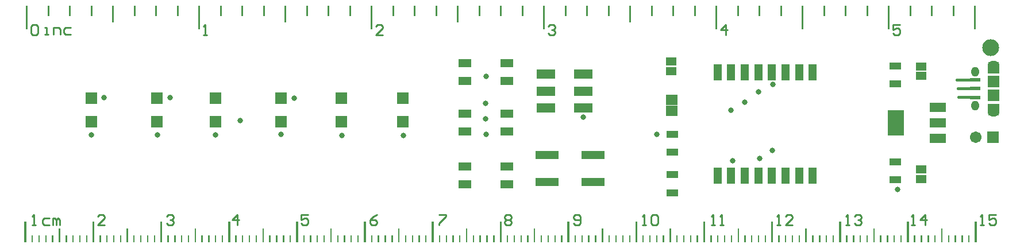
<source format=gts>
%FSTAX23Y23*%
%MOIN*%
%SFA1B1*%

%IPPOS*%
%ADD10C,0.010000*%
%ADD31C,0.015000*%
%ADD32R,0.069020X0.067060*%
%ADD33R,0.061150X0.023750*%
%ADD34R,0.096000X0.056000*%
%ADD35R,0.094610X0.149730*%
%ADD36R,0.069020X0.043430*%
%ADD37R,0.061150X0.051310*%
%ADD38R,0.133980X0.047370*%
%ADD39R,0.065090X0.059180*%
%ADD40R,0.047370X0.096580*%
%ADD41R,0.067060X0.067060*%
%ADD42R,0.074930X0.051310*%
%ADD43R,0.106420X0.055240*%
%ADD44R,0.069020X0.055240*%
%ADD45O,0.069020X0.043430*%
%ADD46O,0.045400X0.057210*%
%ADD47R,0.067060X0.067060*%
%ADD48C,0.067060*%
%ADD49C,0.033000*%
%ADD50C,0.098000*%
%LNpcb3-g-1*%
%LPD*%
G36*
X02775Y03855D02*
X02764D01*
Y03915*
X02775*
Y03855*
G37*
G36*
X0265D02*
X02639D01*
Y03915*
X0265*
Y03855*
G37*
G36*
X02525D02*
X02514D01*
Y03915*
X02525*
Y03855*
G37*
G36*
X02275D02*
X02264D01*
Y03915*
X02275*
Y03855*
G37*
G36*
X0215D02*
X02139D01*
Y03915*
X0215*
Y03855*
G37*
G36*
X02025D02*
X02014D01*
Y03915*
X02025*
Y03855*
G37*
G36*
X01775D02*
X01764D01*
Y03915*
X01775*
Y03855*
G37*
G36*
X0165D02*
X01639D01*
Y03915*
X0165*
Y03855*
G37*
G36*
X01525D02*
X01514D01*
Y03915*
X01525*
Y03855*
G37*
G36*
X019Y03816D02*
X01889D01*
Y03915*
X019*
Y03816*
G37*
G36*
X024Y03777D02*
X02389D01*
Y03915*
X024*
Y03777*
G37*
G36*
X014D02*
X01389D01*
Y03915*
X014*
Y03777*
G37*
G36*
X02768Y02542D02*
X02761D01*
Y02621*
X02768*
Y02542*
G37*
G36*
X02729D02*
X02721D01*
Y02582*
X02729*
Y02542*
G37*
G36*
X0269D02*
X02682D01*
Y02582*
X0269*
Y02542*
G37*
G36*
X0265D02*
X02643D01*
Y02582*
X0265*
Y02542*
G37*
G36*
X02611D02*
X02603D01*
Y02582*
X02611*
Y02542*
G37*
G36*
X02574D02*
X02562D01*
Y02661*
X02574*
Y02542*
G37*
G36*
X02532D02*
X02524D01*
Y02582*
X02532*
Y02542*
G37*
G36*
X02493D02*
X02485D01*
Y02582*
X02493*
Y02542*
G37*
G36*
X02454D02*
X02446D01*
Y02582*
X02454*
Y02542*
G37*
G36*
X02414D02*
X02406D01*
Y02582*
X02414*
Y02542*
G37*
G36*
X02375D02*
X02367D01*
Y02621*
X02375*
Y02542*
G37*
G36*
X02335D02*
X02328D01*
Y02582*
X02335*
Y02542*
G37*
G36*
X02296D02*
X02288D01*
Y02582*
X02296*
Y02542*
G37*
G36*
X02257D02*
X02249D01*
Y02582*
X02257*
Y02542*
G37*
G36*
X02217D02*
X02209D01*
Y02582*
X02217*
Y02542*
G37*
G36*
X0218D02*
X02168D01*
Y02661*
X0218*
Y02542*
G37*
G36*
X02139D02*
X02131D01*
Y02582*
X02139*
Y02542*
G37*
G36*
X02099D02*
X02091D01*
Y02582*
X02099*
Y02542*
G37*
G36*
X0206D02*
X02052D01*
Y02582*
X0206*
Y02542*
G37*
G36*
X0202D02*
X02013D01*
Y02582*
X0202*
Y02542*
G37*
G36*
X01981D02*
X01973D01*
Y02621*
X01981*
Y02542*
G37*
G36*
X01942D02*
X01934D01*
Y02582*
X01942*
Y02542*
G37*
G36*
X01902D02*
X01894D01*
Y02582*
X01902*
Y02542*
G37*
G36*
X01863D02*
X01855D01*
Y02582*
X01863*
Y02542*
G37*
G36*
X01824D02*
X01816D01*
Y02582*
X01824*
Y02542*
G37*
G36*
X01786D02*
X01786D01*
Y02542*
X01774*
Y0266*
X01774*
Y02661*
X01786*
Y02542*
G37*
G36*
X01745Y02542D02*
X01737D01*
Y02582*
X01745*
Y02542*
G37*
G36*
X01705D02*
X01697D01*
Y02582*
X01705*
Y02542*
G37*
G36*
X01666D02*
X01658D01*
Y02582*
X01666*
Y02542*
G37*
G36*
X01627D02*
X01619D01*
Y02582*
X01627*
Y02542*
G37*
G36*
X01587D02*
X01579D01*
Y02621*
X01587*
Y02542*
G37*
G36*
X01548D02*
X0154D01*
Y02582*
X01548*
Y02542*
G37*
G36*
X01508D02*
X01501D01*
Y02582*
X01508*
Y02542*
G37*
G36*
X01469D02*
X01461D01*
Y02582*
X01469*
Y02542*
G37*
G36*
X0143D02*
X01422D01*
Y02582*
X0143*
Y02542*
G37*
G36*
X01392D02*
X0138D01*
Y0266*
X01392*
Y02542*
G37*
G36*
X03275Y03855D02*
X03264D01*
Y03915*
X03275*
Y03855*
G37*
G36*
X0315D02*
X03139D01*
Y03915*
X0315*
Y03855*
G37*
G36*
X03025D02*
X03014D01*
Y03915*
X03025*
Y03855*
G37*
G36*
X029Y03816D02*
X02889D01*
Y03915*
X029*
Y03816*
G37*
G36*
X034Y03777D02*
X03389D01*
Y03915*
X034*
Y03777*
G37*
G36*
X03477Y02542D02*
X03469D01*
Y02582*
X03477*
Y02542*
G37*
G36*
X03438D02*
X0343D01*
Y02582*
X03438*
Y02542*
G37*
G36*
X03398D02*
X03391D01*
Y02582*
X03398*
Y02542*
G37*
G36*
X03361D02*
X03349D01*
Y02661*
X03361*
Y02542*
G37*
G36*
X0332D02*
X03312D01*
Y02582*
X0332*
Y02542*
G37*
G36*
X0328D02*
X03272D01*
Y02582*
X0328*
Y02542*
G37*
G36*
X03241D02*
X03233D01*
Y02582*
X03241*
Y02542*
G37*
G36*
X03202D02*
X03194D01*
Y02582*
X03202*
Y02542*
G37*
G36*
X03162D02*
X03154D01*
Y02621*
X03162*
Y02542*
G37*
G36*
X03123D02*
X03115D01*
Y02582*
X03123*
Y02542*
G37*
G36*
X03083D02*
X03076D01*
Y02582*
X03083*
Y02542*
G37*
G36*
X03044D02*
X03036D01*
Y02582*
X03044*
Y02542*
G37*
G36*
X03005D02*
X02997D01*
Y02582*
X03005*
Y02542*
G37*
G36*
X02967D02*
X02955D01*
Y02661*
X02967*
Y02542*
G37*
G36*
X02926D02*
X02918D01*
Y02582*
X02926*
Y02542*
G37*
G36*
X02887D02*
X02879D01*
Y02582*
X02887*
Y02542*
G37*
G36*
X02847D02*
X02839D01*
Y02582*
X02847*
Y02542*
G37*
G36*
X02808D02*
X028D01*
Y02582*
X02808*
Y02542*
G37*
G36*
X0415Y03855D02*
X04139D01*
Y03915*
X0415*
Y03855*
G37*
G36*
X04025D02*
X04014D01*
Y03915*
X04025*
Y03855*
G37*
G36*
X03775D02*
X03764D01*
Y03915*
X03775*
Y03855*
G37*
G36*
X0365D02*
X03639D01*
Y03915*
X0365*
Y03855*
G37*
G36*
X03525D02*
X03514D01*
Y03915*
X03525*
Y03855*
G37*
G36*
X039Y03816D02*
X03889D01*
Y03915*
X039*
Y03816*
G37*
G36*
X04186Y02542D02*
X04178D01*
Y02582*
X04186*
Y02542*
G37*
G36*
X04148D02*
X04137D01*
Y02661*
X04148*
Y02542*
G37*
G36*
X04107D02*
X04099D01*
Y02582*
X04107*
Y02542*
G37*
G36*
X04068D02*
X0406D01*
Y02582*
X04068*
Y02542*
G37*
G36*
X04028D02*
X0402D01*
Y02582*
X04028*
Y02542*
G37*
G36*
X03989D02*
X03981D01*
Y02582*
X03989*
Y02542*
G37*
G36*
X0395D02*
X03942D01*
Y02621*
X0395*
Y02542*
G37*
G36*
X0391D02*
X03902D01*
Y02582*
X0391*
Y02542*
G37*
G36*
X03871D02*
X03863D01*
Y02582*
X03871*
Y02542*
G37*
G36*
X03831D02*
X03824D01*
Y02582*
X03831*
Y02542*
G37*
G36*
X03792D02*
X03784D01*
Y02582*
X03792*
Y02542*
G37*
G36*
X03755D02*
X03743D01*
Y02661*
X03755*
Y02542*
G37*
G36*
X03713D02*
X03705D01*
Y02582*
X03713*
Y02542*
G37*
G36*
X03674D02*
X03666D01*
Y02582*
X03674*
Y02542*
G37*
G36*
X03635D02*
X03627D01*
Y02582*
X03635*
Y02542*
G37*
G36*
X03595D02*
X03587D01*
Y02582*
X03595*
Y02542*
G37*
G36*
X03556D02*
X03548D01*
Y02621*
X03556*
Y02542*
G37*
G36*
X03517D02*
X03509D01*
Y02582*
X03517*
Y02542*
G37*
G36*
X04775Y03855D02*
X04764D01*
Y03915*
X04775*
Y03855*
G37*
G36*
X0465D02*
X04639D01*
Y03915*
X0465*
Y03855*
G37*
G36*
X04525D02*
X04514D01*
Y03915*
X04525*
Y03855*
G37*
G36*
X04275D02*
X04264D01*
Y03915*
X04275*
Y03855*
G37*
G36*
X049Y03816D02*
X04889D01*
Y03915*
X049*
Y03816*
G37*
G36*
X044Y03777D02*
X04389D01*
Y03915*
X044*
Y03777*
G37*
G36*
X04894Y02542D02*
X04887D01*
Y02582*
X04894*
Y02542*
G37*
G36*
X04855D02*
X04847D01*
Y02582*
X04855*
Y02542*
G37*
G36*
X04816D02*
X04808D01*
Y02582*
X04816*
Y02542*
G37*
G36*
X04776D02*
X04768D01*
Y02582*
X04776*
Y02542*
G37*
G36*
X04737D02*
X04729D01*
Y02621*
X04737*
Y02542*
G37*
G36*
X04698D02*
X0469D01*
Y02582*
X04698*
Y02542*
G37*
G36*
X04658D02*
X0465D01*
Y02582*
X04658*
Y02542*
G37*
G36*
X04619D02*
X04611D01*
Y02582*
X04619*
Y02542*
G37*
G36*
X0458D02*
X04572D01*
Y02582*
X0458*
Y02542*
G37*
G36*
X04542D02*
X0453D01*
Y02661*
X04542*
Y02542*
G37*
G36*
X04501D02*
X04493D01*
Y02582*
X04501*
Y02542*
G37*
G36*
X04461D02*
X04454D01*
Y02582*
X04461*
Y02542*
G37*
G36*
X04422D02*
X04414D01*
Y02582*
X04422*
Y02542*
G37*
G36*
X04383D02*
X04375D01*
Y02582*
X04383*
Y02542*
G37*
G36*
X04343D02*
X04335D01*
Y02621*
X04343*
Y02542*
G37*
G36*
X04304D02*
X04296D01*
Y02582*
X04304*
Y02542*
G37*
G36*
X04265D02*
X04257D01*
Y02582*
X04265*
Y02542*
G37*
G36*
X04225D02*
X04217D01*
Y02582*
X04225*
Y02542*
G37*
G36*
X05525Y03855D02*
X05514D01*
Y03915*
X05525*
Y03855*
G37*
G36*
X05275D02*
X05264D01*
Y03915*
X05275*
Y03855*
G37*
G36*
X0515D02*
X05139D01*
Y03915*
X0515*
Y03855*
G37*
G36*
X05025D02*
X05014D01*
Y03915*
X05025*
Y03855*
G37*
G36*
X054Y03777D02*
X05389D01*
Y03915*
X054*
Y03777*
G37*
G36*
X05603Y02542D02*
X05595D01*
Y02582*
X05603*
Y02542*
G37*
G36*
X05564D02*
X05556D01*
Y02582*
X05564*
Y02542*
G37*
G36*
X05524D02*
X05517D01*
Y02621*
X05524*
Y02542*
G37*
G36*
X05485D02*
X05477D01*
Y02582*
X05485*
Y02542*
G37*
G36*
X05446D02*
X05438D01*
Y02582*
X05446*
Y02542*
G37*
G36*
X05406D02*
X05398D01*
Y02582*
X05406*
Y02542*
G37*
G36*
X05367D02*
X05359D01*
Y02582*
X05367*
Y02542*
G37*
G36*
X0533D02*
X05318D01*
Y02661*
X0533*
Y02542*
G37*
G36*
X05288D02*
X0528D01*
Y02582*
X05288*
Y02542*
G37*
G36*
X05249D02*
X05241D01*
Y02582*
X05249*
Y02542*
G37*
G36*
X05209D02*
X05202D01*
Y02582*
X05209*
Y02542*
G37*
G36*
X0517D02*
X05162D01*
Y02582*
X0517*
Y02542*
G37*
G36*
X05131D02*
X05123D01*
Y02621*
X05131*
Y02542*
G37*
G36*
X05091D02*
X05083D01*
Y02582*
X05091*
Y02542*
G37*
G36*
X05052D02*
X05044D01*
Y02582*
X05052*
Y02542*
G37*
G36*
X05013D02*
X05005D01*
Y02582*
X05013*
Y02542*
G37*
G36*
X04973D02*
X04965D01*
Y02582*
X04973*
Y02542*
G37*
G36*
X04936D02*
X04924D01*
Y02661*
X04936*
Y02542*
G37*
G36*
X06775Y03855D02*
X06764D01*
Y03915*
X06775*
Y03855*
G37*
G36*
X0665D02*
X06639D01*
Y03915*
X0665*
Y03855*
G37*
G36*
X06525D02*
X06514D01*
Y03915*
X06525*
Y03855*
G37*
G36*
X06275D02*
X06264D01*
Y03915*
X06275*
Y03855*
G37*
G36*
X0615D02*
X06139D01*
Y03915*
X0615*
Y03855*
G37*
G36*
X06025D02*
X06014D01*
Y03915*
X06025*
Y03855*
G37*
G36*
X05775D02*
X05764D01*
Y03915*
X05775*
Y03855*
G37*
G36*
X0565D02*
X05639D01*
Y03915*
X0565*
Y03855*
G37*
G36*
X069Y03777D02*
X06889D01*
Y03915*
X069*
Y03777*
G37*
G36*
X064Y03816D02*
Y03777D01*
X06389*
Y03816*
Y03915*
X064*
Y03816*
G37*
G36*
X059D02*
Y03777D01*
X05889*
Y03816*
Y03915*
X059*
Y03816*
G37*
G36*
X06904Y02542D02*
X06893D01*
Y02661*
X06904*
Y02542*
G37*
G36*
X06863D02*
X06855D01*
Y02582*
X06863*
Y02542*
G37*
G36*
X06824D02*
X06816D01*
Y02582*
X06824*
Y02542*
G37*
G36*
X06784D02*
X06776D01*
Y02582*
X06784*
Y02542*
G37*
G36*
X06745D02*
X06737D01*
Y02582*
X06745*
Y02542*
G37*
G36*
X06705D02*
X06698D01*
Y02621*
X06705*
Y02542*
G37*
G36*
X06666D02*
X06658D01*
Y02582*
X06666*
Y02542*
G37*
G36*
X06627D02*
X06619D01*
Y02582*
X06627*
Y02542*
G37*
G36*
X06587D02*
X0658D01*
Y02582*
X06587*
Y02542*
G37*
G36*
X06548D02*
X0654D01*
Y02582*
X06548*
Y02542*
G37*
G36*
X06511D02*
X06499D01*
Y02661*
X06511*
Y02542*
G37*
G36*
X06469D02*
X06461D01*
Y02582*
X06469*
Y02542*
G37*
G36*
X0643D02*
X06422D01*
Y02582*
X0643*
Y02542*
G37*
G36*
X06391D02*
X06383D01*
Y02582*
X06391*
Y02542*
G37*
G36*
X06351D02*
X06343D01*
Y02582*
X06351*
Y02542*
G37*
G36*
X06312D02*
X06304D01*
Y02621*
X06312*
Y02542*
G37*
G36*
X06272D02*
X06265D01*
Y02582*
X06272*
Y02542*
G37*
G36*
X06233D02*
X06225D01*
Y02582*
X06233*
Y02542*
G37*
G36*
X06194D02*
X06186D01*
Y02582*
X06194*
Y02542*
G37*
G36*
X06154D02*
X06146D01*
Y02582*
X06154*
Y02542*
G37*
G36*
X06117D02*
X06105D01*
Y02661*
X06117*
Y02542*
G37*
G36*
X06076D02*
X06068D01*
Y02582*
X06076*
Y02542*
G37*
G36*
X06036D02*
X06028D01*
Y02582*
X06036*
Y02542*
G37*
G36*
X05997D02*
X05989D01*
Y02582*
X05997*
Y02542*
G37*
G36*
X05957D02*
X0595D01*
Y02582*
X05957*
Y02542*
G37*
G36*
X05918D02*
X0591D01*
Y02621*
X05918*
Y02542*
G37*
G36*
X05879D02*
X05871D01*
Y02582*
X05879*
Y02542*
G37*
G36*
X05839D02*
X05831D01*
Y02582*
X05839*
Y02542*
G37*
G36*
X058D02*
X05792D01*
Y02582*
X058*
Y02542*
G37*
G36*
X05761D02*
X05753D01*
Y02582*
X05761*
Y02542*
G37*
G36*
X05723D02*
X05711D01*
Y02661*
X05723*
Y02542*
G37*
G36*
X05682D02*
X05674D01*
Y02582*
X05682*
Y02542*
G37*
G36*
X05643D02*
X05635D01*
Y02582*
X05643*
Y02542*
G37*
G54D10*
X04166Y02692D02*
X04176Y02702D01*
X04196*
X04206Y02692*
Y02682*
X04196Y02672*
X04206Y02662*
Y02652*
X04196Y02642*
X04176*
X04166Y02652*
Y02662*
X04176Y02672*
X04166Y02682*
Y02692*
X04176Y02672D02*
X04196D01*
X04566Y02652D02*
X04576Y02642D01*
X04596*
X04606Y02652*
Y02692*
X04596Y02702*
X04576*
X04566Y02692*
Y02682*
X04576Y02672*
X04606*
X01426Y02642D02*
X01446D01*
X01436*
Y02702*
X01426Y02692*
X01846Y02642D02*
X01806D01*
X01846Y02682*
Y02692*
X01836Y02702*
X01816*
X01806Y02692*
X02206D02*
X02216Y02702D01*
X02236*
X02246Y02692*
Y02682*
X02236Y02672*
X02226*
X02236*
X02246Y02662*
Y02652*
X02236Y02642*
X02216*
X02206Y02652*
X02616Y02642D02*
Y02702D01*
X02586Y02672*
X02626*
X03026Y02702D02*
X02986D01*
Y02672*
X03006Y02682*
X03016*
X03026Y02672*
Y02652*
X03016Y02642*
X02996*
X02986Y02652*
X03426Y02702D02*
X03406Y02692D01*
X03386Y02672*
Y02652*
X03396Y02642*
X03416*
X03426Y02652*
Y02662*
X03416Y02672*
X03386*
X04966Y02642D02*
X04986D01*
X04976*
Y02702*
X04966Y02692*
X05016D02*
X05026Y02702D01*
X05046*
X05056Y02692*
Y02652*
X05046Y02642*
X05026*
X05016Y02652*
Y02692*
X05746Y02642D02*
X05766D01*
X05756*
Y02702*
X05746Y02692*
X05836Y02642D02*
X05796D01*
X05836Y02682*
Y02692*
X05826Y02702*
X05806*
X05796Y02692*
X06146Y02642D02*
X06166D01*
X06156*
Y02702*
X06146Y02692*
X06196D02*
X06206Y02702D01*
X06226*
X06236Y02692*
Y02682*
X06226Y02672*
X06216*
X06226*
X06236Y02662*
Y02652*
X06226Y02642*
X06206*
X06196Y02652*
X06526Y02642D02*
X06546D01*
X06536*
Y02702*
X06526Y02692*
X06606Y02642D02*
Y02702D01*
X06576Y02672*
X06616*
X01526Y02682D02*
X01496D01*
X01486Y02672*
Y02652*
X01496Y02642*
X01526*
X01546D02*
Y02682D01*
X01556*
X01566Y02672*
Y02642*
Y02672*
X01576Y02682*
X01586Y02672*
Y02642*
X03786Y02702D02*
X03826D01*
Y02692*
X03786Y02652*
Y02642*
X05366D02*
X05386D01*
X05376*
Y02702*
X05366Y02692*
X05416Y02642D02*
X05436D01*
X05426*
Y02702*
X05416Y02692*
X06926Y02642D02*
X06946D01*
X06936*
Y02702*
X06926Y02692*
X07016Y02702D02*
X06976D01*
Y02672*
X06996Y02682*
X07006*
X07016Y02672*
Y02652*
X07006Y02642*
X06986*
X06976Y02652*
X0142Y03794D02*
X0143Y03804D01*
X01449*
X01459Y03794*
Y03755*
X01449Y03745*
X0143*
X0142Y03755*
Y03794*
X03459Y03745D02*
X0342D01*
X03459Y03784*
Y03794*
X03449Y03804*
X0343*
X0342Y03794*
X05449Y03745D02*
Y03804D01*
X0542Y03774*
X05459*
X0242Y03745D02*
X02439D01*
X0243*
Y03804*
X0242Y03794*
X0442D02*
X0443Y03804D01*
X04449*
X04459Y03794*
Y03784*
X04449Y03774*
X04439*
X04449*
X04459Y03764*
Y03755*
X04449Y03745*
X0443*
X0442Y03755*
X06459Y03804D02*
X0642D01*
Y03774*
X06439Y03784*
X06449*
X06459Y03774*
Y03755*
X06449Y03745*
X0643*
X0642Y03755*
X01498Y03748D02*
X01517D01*
X01508*
Y03787*
X01498*
X01547Y03748D02*
Y03787D01*
X01577*
X01587Y03777*
Y03748*
X01647Y03787D02*
X01617D01*
X01607Y03777*
Y03758*
X01617Y03748*
X01647*
G54D31*
X06797Y03383D02*
X06907D01*
X06787Y03484D02*
X06896D01*
X06794Y03433D02*
X06896D01*
G54D32*
X07003Y03473D03*
Y03394D03*
G54D33*
X06896Y03484D03*
Y03433D03*
Y03382D03*
G54D34*
X0668Y03143D03*
Y03234D03*
Y03325D03*
G54D35*
X06435Y03234D03*
G54D36*
X05138Y02829D03*
Y02934D03*
X06433Y03565D03*
Y03461D03*
Y03009D03*
Y02905D03*
X05138Y03167D03*
Y03063D03*
G54D37*
X06583Y02964D03*
Y02909D03*
Y03506D03*
Y03561D03*
X05133Y03535D03*
Y0359D03*
G54D38*
X0468Y0289D03*
X04413D03*
X0468Y03047D03*
X04413D03*
G54D39*
X05135Y03368D03*
Y03305D03*
G54D40*
X05401Y03529D03*
X0548D03*
X05559D03*
X05638D03*
X05716D03*
X05795D03*
X05874D03*
X05952D03*
Y02929D03*
X05874D03*
X05795D03*
X05716D03*
X05638D03*
X05559D03*
X0548D03*
X05401D03*
G54D41*
X01768Y03378D03*
Y03241D03*
X02147Y03378D03*
Y03241D03*
X02487Y03378D03*
Y03241D03*
X02867Y03378D03*
Y03241D03*
X03218Y03378D03*
Y03241D03*
X03576Y03378D03*
Y03241D03*
G54D42*
X03934Y03477D03*
Y0358D03*
X0418Y03477D03*
Y0358D03*
X03934Y03184D03*
Y03287D03*
X0418Y03184D03*
Y03287D03*
X03934Y02879D03*
Y02981D03*
X0418Y02879D03*
Y02981D03*
G54D43*
X04621Y03418D03*
Y03517D03*
Y0332D03*
X04404D03*
Y03517D03*
Y03418D03*
G54D44*
X07003Y03547D03*
Y03319D03*
G54D45*
X07003Y03295D03*
Y03571D03*
G54D46*
X06896Y03335D03*
Y03532D03*
G54D47*
X06998Y03152D03*
G54D48*
X06898Y03152D03*
G54D49*
X02631Y03248D03*
X02153Y03163D03*
X0177D03*
X03223Y0316D03*
X0287Y03167D03*
X02489Y03165D03*
X0358Y0316D03*
X04057Y03503D03*
X04054Y03346D03*
X04058Y03166D03*
X04056Y03259D03*
X04621Y03267D03*
X06445Y02849D03*
X05047Y03167D03*
X05487Y03014D03*
X05646Y03028D03*
X05717Y03073D03*
X01841Y03382D03*
X02224Y03381D03*
X02945Y03377D03*
X0556Y03354D03*
X05721Y03458D03*
X0564Y03413D03*
X0548Y03307D03*
G54D50*
X06985Y0367D03*
M02*
</source>
